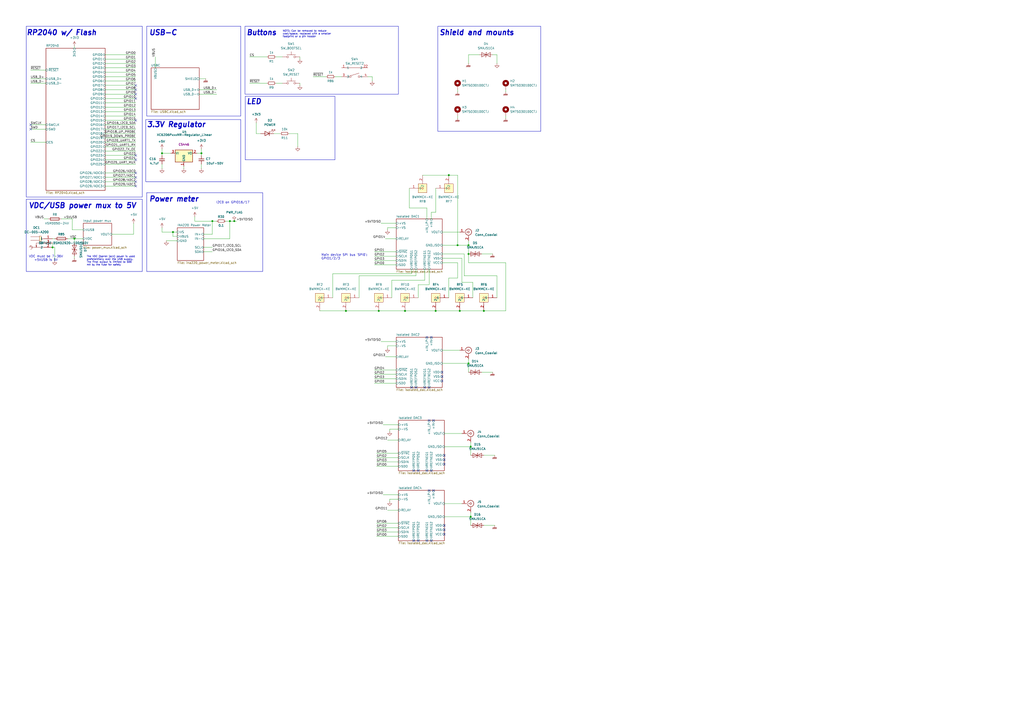
<source format=kicad_sch>
(kicad_sch (version 20250114) (generator "eeschema") (generator_version "9.0")
  (paper "A2")
  (title_block (title "BrickBase01") (date "2024-03-09") (rev "0.2"))
  (rectangle (start 254 15.24) (end 313.69 76.2) (stroke (width 0.2)))
  (rectangle (start 85.09 15.24) (end 139.7 67.31) (stroke (width 0.2)))
  (rectangle (start 85.09 111.76) (end 152.4 157.48) (stroke (width 0.2)))
  (rectangle (start 15.24 115.57) (end 82.55 157.48) (stroke (width 0.2)))
  (rectangle (start 142.113 15.24) (end 231.14 54.61) (stroke (width 0.2)))
  (rectangle (start 84.582 69.342) (end 139.7 105.41) (stroke (width 0.2)))
  (rectangle (start 142.24 55.88) (end 194.31 92.71) (stroke (width 0.2)))
  (rectangle (start 15.24 15.24) (end 82.55 114.3) (stroke (width 0.2)))
  (text "RP2040 w/ Flash" (at 15.24 19.05 0) (effects (font (size 3 3) (thickness 0.6) (bold yes) (italic yes)) (justify left)))
  (text "3.3V Regulator" (at 85.09 72.39 0) (effects (font (size 3 3) (thickness 0.6) (bold yes) (italic yes)) (justify left)))
  (text "Shield and mounts" (at 254.762 19.05 0) (effects (font (size 3 3) (thickness 0.6) (bold yes) (italic yes)) (justify left)))
  (text "LED" (at 142.875 59.055 0) (effects (font (size 3 3) (thickness 0.6) (bold yes) (italic yes)) (justify left)))
  (text "VDC/USB power mux to 5V" (at 16.51 119.38 0) (effects (font (size 3 3) (thickness 0.6) (bold yes) (italic yes)) (justify left)))
  (text "USB-C" (at 86.36 19.05 0) (effects (font (size 3 3) (thickness 0.6) (bold yes) (italic yes)) (justify left)))
  (text "VDC must be 7-36V\n+5VUSB is 5V" (at 26.67 149.86 0) (effects (font (size 1.27 1.27))))
  (text "Buttons" (at 142.875 19.05 0) (effects (font (size 3 3) (thickness 0.6) (bold yes) (italic yes)) (justify left)))
  (text "Power meter" (at 86.36 115.57 0) (effects (font (size 3 3) (thickness 0.6) (bold yes) (italic yes)) (justify left)))
  (text_box "The VDC (barrel jack) power is used preferentially over the USB supply.  The final output is limited to 500 mA by the fuse for safety" (at 49.53 147.32 0) (size 30.48 7.62) (margins 0.7499 0.7499 0.7499 0.7499) (stroke (width -0.0001)) (effects (font (size 1 1)) (justify left top)))
  (text_box "Main device SPI bus `SPI0`: GPIO1/2/3" (at 185.42 146.05 0) (size 30.48 7.62) (margins 0.9524 0.9524 0.9524 0.9524) (stroke (width -0.0001)) (effects (font (size 1.27 1.27)) (justify left top)))
  (text_box "I2C0 on GPIO16/17" (at 124.46 115.57 0) (size 24.13 7.62) (margins 0.9524 0.9524 0.9524 0.9524) (stroke (width -0.0001)) (effects (font (size 1.27 1.27)) (justify left top)))
  (text_box "NOTE: Can be removed to reduce cost/space, replaced with a smaller footprint or a pin header" (at 163.195 16.51 0) (size 31.75 3.81) (margins 0.7499 0.7499 0.7499 0.7499) (stroke (width -0.0001)) (effects (font (size 1 1)) (justify left top)))
  (junction (at 271.78 142.24))
  (junction (at 123.19 128.27))
  (junction (at 271.78 210.82))
  (junction (at 260.35 101.6))
  (junction (at 280.67 180.34))
  (junction (at 43.18 138.43))
  (junction (at 93.98 88.9))
  (junction (at 273.05 259.08))
  (junction (at 271.78 147.32))
  (junction (at 200.66 180.34))
  (junction (at 265.43 142.24))
  (junction (at 116.84 88.9) (diameter 0.9144))
  (junction (at 100.33 134.62))
  (junction (at 133.35 128.27))
  (junction (at 234.95 180.34))
  (junction (at 30.48 143.51))
  (junction (at 219.71 180.34))
  (junction (at 135.89 128.27))
  (junction (at 252.73 180.34))
  (junction (at 273.05 299.72))
  (junction (at 266.7 180.34))
  (no_connect (at 78.74 69.85))
  (no_connect (at 78.74 100.33))
  (no_connect (at 256.54 220.98))
  (no_connect (at 17.78 74.93))
  (no_connect (at 78.74 52.07))
  (no_connect (at 247.65 313.69))
  (no_connect (at 78.74 90.17))
  (no_connect (at 247.65 273.05))
  (no_connect (at 246.38 224.79))
  (no_connect (at 248.92 243.84))
  (no_connect (at 78.74 54.61))
  (no_connect (at 257.81 307.34))
  (no_connect (at 248.92 224.79))
  (no_connect (at 250.19 195.58))
  (no_connect (at 257.81 304.8))
  (no_connect (at 242.57 313.69))
  (no_connect (at 17.78 72.39))
  (no_connect (at 251.46 243.84))
  (no_connect (at 241.3 224.79))
  (no_connect (at 251.46 284.48))
  (no_connect (at 250.19 273.05))
  (no_connect (at 257.81 269.24))
  (no_connect (at 248.92 284.48))
  (no_connect (at 240.03 273.05))
  (no_connect (at 238.76 224.79))
  (no_connect (at 78.74 49.53))
  (no_connect (at 242.57 273.05))
  (no_connect (at 250.19 313.69))
  (no_connect (at 78.74 102.87))
  (no_connect (at 257.81 266.7))
  (no_connect (at 240.03 313.69))
  (no_connect (at 78.74 105.41))
  (no_connect (at 257.81 309.88))
  (no_connect (at 78.74 107.95))
  (no_connect (at 256.54 215.9))
  (no_connect (at 256.54 218.44))
  (no_connect (at 78.74 92.71))
  (no_connect (at 247.65 195.58))
  (no_connect (at 78.74 57.15))
  (no_connect (at 257.81 264.16))
  (wire (pts (xy 237.49 120.65) (xy 237.49 109.22)))
  (wire (pts (xy 60.96 80.01) (xy 78.74 80.01)))
  (wire (pts (xy 217.17 153.67) (xy 229.87 153.67)))
  (wire (pts (xy 242.57 165.1) (xy 248.92 165.1)))
  (wire (pts (xy 41.91 127) (xy 41.91 133.35)))
  (wire (pts (xy 218.44 308.61) (xy 231.14 308.61)))
  (wire (pts (xy 60.96 92.71) (xy 78.74 92.71)))
  (wire (pts (xy 241.3 160.02) (xy 241.3 156.21)))
  (wire (pts (xy 43.18 138.43) (xy 48.26 138.43)))
  (wire (pts (xy 224.79 200.66) (xy 224.79 201.93)))
  (wire (pts (xy 118.11 146.05) (xy 123.19 146.05)))
  (wire (pts (xy 265.43 142.24) (xy 265.43 101.6)))
  (wire (pts (xy 17.78 74.93) (xy 26.67 74.93)))
  (wire (pts (xy 287.02 304.8) (xy 280.67 304.8)))
  (wire (pts (xy 271.78 208.28) (xy 271.78 210.82)))
  (wire (pts (xy 144.78 48.26) (xy 154.94 48.26)))
  (wire (pts (xy 227.33 162.56) (xy 246.38 162.56)))
  (wire (pts (xy 217.17 222.25) (xy 229.87 222.25)))
  (wire (pts (xy 30.48 140.97) (xy 30.48 143.51)))
  (wire (pts (xy 247.65 120.65) (xy 237.49 120.65)))
  (wire (pts (xy 60.96 44.45) (xy 78.74 44.45)))
  (wire (pts (xy 274.32 163.83) (xy 274.32 172.72)))
  (wire (pts (xy 17.78 48.26) (xy 26.67 48.26)))
  (wire (pts (xy 17.78 82.55) (xy 26.67 82.55)))
  (wire (pts (xy 172.72 77.47) (xy 167.64 77.47)))
  (wire (pts (xy 125.73 54.61) (xy 115.57 54.61)))
  (wire (pts (xy 39.37 138.43) (xy 43.18 138.43)))
  (wire (pts (xy 271.78 152.4) (xy 293.37 152.4)))
  (wire (pts (xy 224.79 255.27) (xy 231.14 255.27)))
  (wire (pts (xy 185.42 180.34) (xy 200.66 180.34)))
  (wire (pts (xy 60.96 31.75) (xy 78.74 31.75)))
  (wire (pts (xy 219.71 180.34) (xy 234.95 180.34)))
  (wire (pts (xy 271.78 210.82) (xy 271.78 215.9)))
  (wire (pts (xy 93.98 88.9) (xy 99.06 88.9)))
  (wire (pts (xy 256.54 203.2) (xy 266.7 203.2)))
  (wire (pts (xy 60.96 49.53) (xy 78.74 49.53)))
  (wire (pts (xy 60.96 52.07) (xy 78.74 52.07)))
  (wire (pts (xy 220.98 129.54) (xy 229.87 129.54)))
  (wire (pts (xy 269.24 160.02) (xy 288.29 160.02)))
  (wire (pts (xy 252.73 123.19) (xy 250.19 123.19)))
  (wire (pts (xy 193.04 158.75) (xy 193.04 172.72)))
  (wire (pts (xy 77.47 129.54) (xy 77.47 135.89)))
  (wire (pts (xy 287.02 264.16) (xy 280.67 264.16)))
  (wire (pts (xy 256.54 147.32) (xy 269.24 147.32)))
  (wire (pts (xy 31.75 143.51) (xy 31.75 151.13)))
  (wire (pts (xy 148.59 71.12) (xy 148.59 77.47)))
  (wire (pts (xy 238.76 158.75) (xy 238.76 156.21)))
  (wire (pts (xy 60.96 72.39) (xy 78.74 72.39)))
  (wire (pts (xy 93.98 97.79) (xy 93.98 95.25)))
  (wire (pts (xy 60.96 85.09) (xy 78.74 85.09)))
  (wire (pts (xy 102.87 137.16) (xy 100.33 137.16)))
  (wire (pts (xy 193.04 158.75) (xy 238.76 158.75)))
  (wire (pts (xy 248.92 165.1) (xy 248.92 156.21)))
  (wire (pts (xy 31.75 143.51) (xy 30.48 143.51)))
  (wire (pts (xy 218.44 265.43) (xy 231.14 265.43)))
  (wire (pts (xy 218.44 311.15) (xy 231.14 311.15)))
  (wire (pts (xy 158.75 77.47) (xy 162.56 77.47)))
  (wire (pts (xy 293.37 152.4) (xy 293.37 180.34)))
  (wire (pts (xy 217.17 217.17) (xy 229.87 217.17)))
  (wire (pts (xy 30.48 138.43) (xy 31.75 138.43)))
  (wire (pts (xy 60.96 105.41) (xy 78.74 105.41)))
  (wire (pts (xy 60.96 36.83) (xy 78.74 36.83)))
  (wire (pts (xy 90.17 33.02) (xy 90.17 39.37)))
  (wire (pts (xy 226.06 248.92) (xy 226.06 250.19)))
  (wire (pts (xy 265.43 53.34) (xy 265.43 52.07)))
  (wire (pts (xy 135.89 128.27) (xy 137.16 128.27)))
  (wire (pts (xy 60.96 64.77) (xy 78.74 64.77)))
  (wire (pts (xy 133.35 128.27) (xy 135.89 128.27)))
  (wire (pts (xy 246.38 162.56) (xy 246.38 156.21)))
  (wire (pts (xy 260.35 161.29) (xy 260.35 172.72)))
  (wire (pts (xy 256.54 134.62) (xy 266.7 134.62)))
  (wire (pts (xy 215.9 46.99) (xy 215.9 44.45)))
  (wire (pts (xy 247.65 127) (xy 247.65 120.65)))
  (wire (pts (xy 208.28 160.02) (xy 208.28 172.72)))
  (wire (pts (xy 288.29 31.75) (xy 288.29 36.83)))
  (wire (pts (xy 265.43 142.24) (xy 271.78 142.24)))
  (wire (pts (xy 252.73 109.22) (xy 252.73 123.19)))
  (wire (pts (xy 271.78 147.32) (xy 271.78 152.4)))
  (wire (pts (xy 227.33 172.72) (xy 227.33 162.56)))
  (wire (pts (xy 224.79 132.08) (xy 224.79 133.35)))
  (wire (pts (xy 224.79 295.91) (xy 231.14 295.91)))
  (wire (pts (xy 293.37 180.34) (xy 280.67 180.34)))
  (wire (pts (xy 43.18 26.67) (xy 43.18 27.94)))
  (wire (pts (xy 217.17 148.59) (xy 229.87 148.59)))
  (wire (pts (xy 218.44 306.07) (xy 231.14 306.07)))
  (wire (pts (xy 250.19 123.19) (xy 250.19 127)))
  (wire (pts (xy 173.99 49.53) (xy 173.99 48.26)))
  (wire (pts (xy 242.57 172.72) (xy 242.57 165.1)))
  (wire (pts (xy 17.78 72.39) (xy 26.67 72.39)))
  (wire (pts (xy 163.83 48.26) (xy 160.02 48.26)))
  (wire (pts (xy 226.06 248.92) (xy 231.14 248.92)))
  (wire (pts (xy 60.96 100.33) (xy 78.74 100.33)))
  (wire (pts (xy 273.05 299.72) (xy 273.05 304.8)))
  (wire (pts (xy 218.44 267.97) (xy 231.14 267.97)))
  (wire (pts (xy 217.17 214.63) (xy 229.87 214.63)))
  (wire (pts (xy 60.96 39.37) (xy 78.74 39.37)))
  (wire (pts (xy 60.96 74.93) (xy 78.74 74.93)))
  (wire (pts (xy 234.95 180.34) (xy 252.73 180.34)))
  (wire (pts (xy 116.84 95.25) (xy 116.84 97.79)))
  (wire (pts (xy 271.78 142.24) (xy 271.78 147.32)))
  (wire (pts (xy 35.56 127) (xy 41.91 127)))
  (wire (pts (xy 222.25 246.38) (xy 231.14 246.38)))
  (wire (pts (xy 217.17 151.13) (xy 229.87 151.13)))
  (wire (pts (xy 256.54 152.4) (xy 265.43 152.4)))
  (wire (pts (xy 200.66 180.34) (xy 219.71 180.34)))
  (wire (pts (xy 271.78 139.7) (xy 271.78 142.24)))
  (wire (pts (xy 60.96 77.47) (xy 78.74 77.47)))
  (wire (pts (xy 60.96 41.91) (xy 78.74 41.91)))
  (wire (pts (xy 93.98 134.62) (xy 100.33 134.62)))
  (wire (pts (xy 123.19 135.89) (xy 123.19 128.27)))
  (wire (pts (xy 257.81 292.1) (xy 267.97 292.1)))
  (wire (pts (xy 100.33 134.62) (xy 102.87 134.62)))
  (wire (pts (xy 17.78 40.64) (xy 26.67 40.64)))
  (wire (pts (xy 265.43 152.4) (xy 265.43 161.29)))
  (wire (pts (xy 256.54 210.82) (xy 271.78 210.82)))
  (wire (pts (xy 163.83 33.02) (xy 160.02 33.02)))
  (wire (pts (xy 116.84 88.9) (xy 116.84 90.17)))
  (wire (pts (xy 266.7 180.34) (xy 280.67 180.34)))
  (wire (pts (xy 118.11 143.51) (xy 123.19 143.51)))
  (wire (pts (xy 100.33 137.16) (xy 100.33 134.62)))
  (wire (pts (xy 60.96 59.69) (xy 78.74 59.69)))
  (wire (pts (xy 224.79 132.08) (xy 229.87 132.08)))
  (wire (pts (xy 218.44 270.51) (xy 231.14 270.51)))
  (wire (pts (xy 256.54 142.24) (xy 265.43 142.24)))
  (wire (pts (xy 60.96 62.23) (xy 78.74 62.23)))
  (wire (pts (xy 60.96 69.85) (xy 78.74 69.85)))
  (wire (pts (xy 218.44 262.89) (xy 231.14 262.89)))
  (wire (pts (xy 41.91 133.35) (xy 48.26 133.35)))
  (wire (pts (xy 257.81 299.72) (xy 273.05 299.72)))
  (wire (pts (xy 93.98 132.08) (xy 93.98 134.62)))
  (wire (pts (xy 273.05 259.08) (xy 273.05 264.16)))
  (wire (pts (xy 113.03 128.27) (xy 123.19 128.27)))
  (wire (pts (xy 60.96 54.61) (xy 78.74 54.61)))
  (wire (pts (xy 60.96 34.29) (xy 78.74 34.29)))
  (wire (pts (xy 285.75 31.75) (xy 288.29 31.75)))
  (wire (pts (xy 43.18 149.86) (xy 43.18 148.59)))
  (wire (pts (xy 293.37 68.58) (xy 293.37 67.31)))
  (wire (pts (xy 116.84 86.36) (xy 116.84 88.9)))
  (wire (pts (xy 267.97 163.83) (xy 274.32 163.83)))
  (wire (pts (xy 194.31 44.45) (xy 198.12 44.45)))
  (wire (pts (xy 208.28 160.02) (xy 241.3 160.02)))
  (wire (pts (xy 60.96 90.17) (xy 78.74 90.17)))
  (wire (pts (xy 252.73 180.34) (xy 266.7 180.34)))
  (wire (pts (xy 133.35 138.43) (xy 133.35 128.27)))
  (wire (pts (xy 257.81 251.46) (xy 267.97 251.46)))
  (wire (pts (xy 60.96 46.99) (xy 78.74 46.99)))
  (wire (pts (xy 130.81 128.27) (xy 133.35 128.27)))
  (wire (pts (xy 223.52 207.01) (xy 229.87 207.01)))
  (wire (pts (xy 271.78 31.75) (xy 278.13 31.75)))
  (wire (pts (xy 269.24 147.32) (xy 269.24 160.02)))
  (wire (pts (xy 273.05 297.18) (xy 273.05 299.72)))
  (wire (pts (xy 115.57 45.72) (xy 119.38 45.72)))
  (wire (pts (xy 60.96 57.15) (xy 78.74 57.15)))
  (wire (pts (xy 265.43 68.58) (xy 265.43 67.31)))
  (wire (pts (xy 125.73 52.07) (xy 115.57 52.07)))
  (wire (pts (xy 260.35 101.6) (xy 245.11 101.6)))
  (wire (pts (xy 273.05 256.54) (xy 273.05 259.08)))
  (wire (pts (xy 224.79 200.66) (xy 229.87 200.66)))
  (wire (pts (xy 60.96 107.95) (xy 78.74 107.95)))
  (wire (pts (xy 217.17 146.05) (xy 229.87 146.05)))
  (wire (pts (xy 60.96 95.25) (xy 78.74 95.25)))
  (wire (pts (xy 265.43 101.6) (xy 260.35 101.6)))
  (wire (pts (xy 25.4 127) (xy 27.94 127)))
  (wire (pts (xy 106.68 97.79) (xy 106.68 96.52)))
  (wire (pts (xy 113.03 128.27) (xy 113.03 125.73)))
  (wire (pts (xy 220.98 198.12) (xy 229.87 198.12)))
  (wire (pts (xy 144.78 33.02) (xy 154.94 33.02)))
  (wire (pts (xy 288.29 160.02) (xy 288.29 172.72)))
  (wire (pts (xy 181.61 44.45) (xy 189.23 44.45)))
  (wire (pts (xy 148.59 77.47) (xy 151.13 77.47)))
  (wire (pts (xy 93.98 88.9) (xy 93.98 90.17)))
  (wire (pts (xy 118.11 135.89) (xy 123.19 135.89)))
  (wire (pts (xy 60.96 67.31) (xy 78.74 67.31)))
  (wire (pts (xy 114.3 88.9) (xy 116.84 88.9)))
  (wire (pts (xy 60.96 82.55) (xy 78.74 82.55)))
  (wire (pts (xy 17.78 45.72) (xy 26.67 45.72)))
  (wire (pts (xy 267.97 149.86) (xy 267.97 163.83)))
  (wire (pts (xy 285.75 215.9) (xy 279.4 215.9)))
  (wire (pts (xy 60.96 102.87) (xy 78.74 102.87)))
  (wire (pts (xy 218.44 303.53) (xy 231.14 303.53)))
  (wire (pts (xy 64.77 135.89) (xy 77.47 135.89)))
  (wire (pts (xy 223.52 138.43) (xy 229.87 138.43)))
  (wire (pts (xy 285.75 147.32) (xy 279.4 147.32)))
  (wire (pts (xy 96.52 139.7) (xy 102.87 139.7)))
  (wire (pts (xy 293.37 53.34) (xy 293.37 52.07)))
  (wire (pts (xy 226.06 289.56) (xy 231.14 289.56)))
  (wire (pts (xy 256.54 149.86) (xy 267.97 149.86)))
  (wire (pts (xy 118.11 138.43) (xy 133.35 138.43)))
  (wire (pts (xy 265.43 161.29) (xy 260.35 161.29)))
  (wire (pts (xy 257.81 259.08) (xy 273.05 259.08)))
  (wire (pts (xy 173.99 34.29) (xy 173.99 33.02)))
  (wire (pts (xy 93.98 86.36) (xy 93.98 88.9)))
  (wire (pts (xy 123.19 128.27) (xy 125.73 128.27)))
  (wire (pts (xy 60.96 87.63) (xy 78.74 87.63)))
  (wire (pts (xy 271.78 31.75) (xy 271.78 36.83)))
  (wire (pts (xy 172.72 85.09) (xy 172.72 77.47)))
  (wire (pts (xy 43.18 138.43) (xy 43.18 140.97)))
  (wire (pts (xy 215.9 44.45) (xy 213.36 44.45)))
  (wire (pts (xy 217.17 219.71) (xy 229.87 219.71)))
  (wire (pts (xy 226.06 289.56) (xy 226.06 290.83)))
  (wire (pts (xy 222.25 287.02) (xy 231.14 287.02)))
  (label "GPIO28{slash}ADC2" (at 78.74 105.41 180))
  (label "~{RESET}" (at 181.61 44.45 0))
  (label "USB_D-" (at 125.73 54.61 180))
  (label "GPIO10" (at 78.74 57.15 180))
  (label "USB_D+" (at 17.78 45.72 0))
  (label "GPIO4" (at 78.74 41.91 180))
  (label "GPIO9" (at 78.74 54.61 180))
  (label "GPIO17_I2C0_SCL" (at 78.74 74.93 180))
  (label "GPIO3" (at 217.17 151.13 0))
  (label "SWCLK" (at 17.78 72.39 0))
  (label "GPIO11" (at 78.74 59.69 180))
  (label "VDC" (at 44.45 138.43 180))
  (label "GPIO3" (at 78.74 39.37 180))
  (label "+5VUSB" (at 36.83 127 0))
  (label "GPIO26{slash}ADC0" (at 78.74 100.33 180))
  (label "GPIO24" (at 78.74 92.71 180))
  (label "GPIO15" (at 78.74 69.85 180))
  (label "+5VTOISO" (at 137.16 128.27 0))
  (label "GPIO2" (at 78.74 36.83 180))
  (label "CS" (at 144.78 33.02 0))
  (label "GPIO0" (at 217.17 222.25 0))
  (label "CS" (at 17.78 82.55 0))
  (label "GPIO0" (at 218.44 270.51 0))
  (label "GPIO25_UART_MUX" (at 78.74 95.25 180))
  (label "GPIO17_I2C0_SCL" (at 123.19 143.51 0))
  (label "GPIO5" (at 218.44 262.89 0))
  (label "GPIO16_I2C0_SDA" (at 123.19 146.05 0))
  (label "+5VTOISO" (at 220.98 198.12 180))
  (label "GPIO20_UART1_TX" (at 78.74 82.55 180))
  (label "GPIO2" (at 217.17 217.17 0))
  (label "GPIO5" (at 78.74 44.45 180))
  (label "GPIO16_I2C0_SDA" (at 78.74 72.39 180))
  (label "GPIO14" (at 223.52 138.43 180))
  (label "GPIO4" (at 217.17 214.63 0))
  (label "GPIO12" (at 78.74 62.23 180))
  (label "GPIO13" (at 78.74 64.77 180))
  (label "GPIO14" (at 78.74 67.31 180))
  (label "USB_D-" (at 17.78 48.26 0))
  (label "GPIO6" (at 78.74 46.99 180))
  (label "GPIO18_UP_PROBE" (at 78.74 77.47 180))
  (label "GPIO21_UART1_RX" (at 78.74 85.09 180))
  (label "GPIO27{slash}ADC1" (at 78.74 102.87 180))
  (label "GPIO0" (at 217.17 153.67 0))
  (label "GPIO0" (at 218.44 311.15 0))
  (label "SWD" (at 17.78 74.93 0))
  (label "GPIO1" (at 217.17 146.05 0))
  (label "VBUS" (at 90.17 33.02 90))
  (label "GPIO1" (at 78.74 34.29 180))
  (label "+5VTOISO" (at 220.98 129.54 180))
  (label "~{RESET}" (at 17.78 40.64 0))
  (label "~{RESET}" (at 144.78 48.26 0))
  (label "GPIO2" (at 218.44 265.43 0))
  (label "GPIO2" (at 217.17 148.59 0))
  (label "VBUS" (at 25.4 127 180))
  (label "GPIO0" (at 78.74 31.75 180))
  (label "GPIO12" (at 224.79 255.27 180))
  (label "+5VTOISO" (at 222.25 246.38 180))
  (label "USB_D+" (at 125.73 52.07 180))
  (label "GPIO22_TX_OE" (at 78.74 87.63 180))
  (label "GPIO3" (at 218.44 267.97 0))
  (label "GPIO19_DOWN_PROBE" (at 78.74 80.01 180))
  (label "GPIO3" (at 218.44 308.61 0))
  (label "GPIO23" (at 78.74 90.17 180))
  (label "GPIO13" (at 223.52 207.01 180))
  (label "+5VTOISO" (at 222.25 287.02 180))
  (label "GPIO7" (at 78.74 49.53 180))
  (label "GPIO3" (at 217.17 219.71 0))
  (label "GPIO8" (at 78.74 52.07 180))
  (label "GPIO6" (at 218.44 303.53 0))
  (label "GPIO29{slash}ADC3" (at 78.74 107.95 180))
  (label "GPIO2" (at 218.44 306.07 0))
  (label "GPIO11" (at 224.79 295.91 180))
  (symbol (lib_id "Device:R_Small") (at 191.77 44.45 90) (mirror x) (unit 1)
    (property "Reference" "R86" (at 191.77 46.99 90))
    (property "Value" "1k" (at 191.77 41.91 90))
    (property "Footprint" "Resistor_SMD:R_0402_1005Metric" (effects (hide yes)))
    (property "Description" "Resistor, small symbol" (effects (hide yes)))
    (property "LCSC" "C11702" (effects (hide yes)))
  )
  (symbol (lib_id "brick-symbols:SHIELD") (at 287.02 264.16 0) (unit 1)
    (property "Reference" "#PWR054" (effects (hide yes)))
    (property "Value" "SHIELD" (effects (hide yes)))
    (property "Description" "Power symbol creates a global label with name \"SHIELD\" , global shield ground" (effects (hide yes)))
  )
  (symbol (lib_id "lcsc:DC-005-A200") (at 25.4 140.97 0) (unit 1)
    (property "Reference" "DC1" (at 21.21 132.08 0))
    (property "Value" "DC-005-A200" (at 21.21 134.62 0))
    (property "Footprint" "lcsc:DC-IN-TH_DC-005-A200" (effects (hide yes)))
    (property "LCSC Part" "C720557" (effects (hide yes)))
  )
  (symbol (lib_id "brick-symbols:SHIELD") (at 285.75 215.9 0) (unit 1)
    (property "Reference" "#PWR056" (effects (hide yes)))
    (property "Value" "SHIELD" (effects (hide yes)))
    (property "Description" "Power symbol creates a global label with name \"SHIELD\" , global shield ground" (effects (hide yes)))
  )
  (symbol (lib_id "lcsc:KH-IPEX3-2020") (at 266.7 172.72 0) (unit 1)
    (property "Reference" "RF5" (at 266.7 165.1 0))
    (property "Value" "BWMMCX-KE" (at 266.7 167.64 0))
    (property "Footprint" "Connector_Coaxial:MMCX_Molex_73415-1471_Vertical" (effects (hide yes)))
    (property "Datasheet" "https://lcsc.com/product-detail/RF-Connectors-Coaxial-Connectors_Shenzhen-Kinghelm-Elec-KH-IPEX3-2020_C5137198.html" (effects (hide yes)))
    (property "LCSC Part" "C5137198" (effects (hide yes)))
  )
  (symbol (lib_id "Device:Fuse") (at 31.75 127 90) (unit 1)
    (property "Reference" "R8" (at 31.75 124.46 90))
    (property "Value" "nSMD050-24V" (at 33.02 129.54 90))
    (property "Footprint" "Resistor_SMD:R_1206_3216Metric" (effects (hide yes)))
    (property "Description" "24V 500mA 100A 1A 1206 Resettable Fuses ROHS" (effects (hide yes)))
    (property "LCSC" "C369160" (effects (hide yes)))
  )
  (symbol (lib_id "Switch:SW_Push") (at 168.91 48.26 0) (mirror y) (unit 1)
    (property "Reference" "SW2" (at 168.91 40.64 0))
    (property "Value" "SW_RESET" (at 168.91 43.18 0))
    (property "Footprint" "lcsc:SW-SMD_L3.9-W3.0-P4.45" (effects (hide yes)))
    (property "Description" "Push button switch, generic, two pins" (effects (hide yes)))
    (property "LCSC" "C720477" (effects (hide yes)))
  )
  (symbol (lib_id "Device:R_Small") (at 165.1 77.47 90) (mirror x) (unit 1)
    (property "Reference" "R11" (at 165.1 80.01 90))
    (property "Value" "10k" (at 165.1 74.93 90))
    (property "Footprint" "Resistor_SMD:R_0402_1005Metric" (effects (hide yes)))
    (property "Description" "Resistor, small symbol" (effects (hide yes)))
    (property "LCSC" "C25744" (effects (hide yes)))
  )
  (symbol (lib_id "lcsc:KH-IPEX3-2020") (at 200.66 172.72 0) (unit 1)
    (property "Reference" "RF3" (at 200.66 165.1 0))
    (property "Value" "BWMMCX-KE" (at 200.66 167.64 0))
    (property "Footprint" "Connector_Coaxial:MMCX_Molex_73415-1471_Vertical" (effects (hide yes)))
    (property "Datasheet" "https://lcsc.com/product-detail/RF-Connectors-Coaxial-Connectors_Shenzhen-Kinghelm-Elec-KH-IPEX3-2020_C5137198.html" (effects (hide yes)))
    (property "LCSC Part" "C5137198" (effects (hide yes)))
  )
  (symbol (lib_id "Connector:Conn_Coaxial") (at 271.78 203.2 0) (unit 1)
    (property "Reference" "J3" (at 275.59 202.2231 0) (effects (justify left)))
    (property "Value" "Conn_Coaxial" (at 275.59 204.7631 0) (effects (justify left)))
    (property "Footprint" "Connector_Coaxial:BNC_Amphenol_B6252HB-NPP3G-50_Horizontal" (effects (hide yes)))
    (property "Description" "coaxial connector (BNC, SMA, SMB, SMC, Cinch/RCA, LEMO, ...)" (effects (hide yes)))
    (property "LCSC" "C2837587" (effects (hide yes)))
  )
  (symbol (lib_id "power:+3.3V") (at 148.59 71.12 0) (unit 1)
    (property "Reference" "#PWR020" (effects (hide yes)))
    (property "Value" "+3V3" (at 148.59 66.294 0))
    (property "Description" "Power symbol creates a global label with name \"+3.3V\"" (effects (hide yes)))
  )
  (symbol (lib_id "Device:LED") (at 154.94 77.47 180) (unit 1)
    (property "Reference" "D2" (at 156.5275 69.85 0))
    (property "Value" "POWER" (at 156.5275 72.39 0))
    (property "Footprint" "LED_SMD:LED_0805_2012Metric" (effects (hide yes)))
    (property "Description" "Light emitting diode" (effects (hide yes)))
    (property "LCSC" "C2297" (effects (hide yes)))
  )
  (symbol (lib_id "Mechanical:MountingHole_Pad") (at 265.43 49.53 0) (unit 1) (exclude_from_sim yes)
    (property "Reference" "H1" (at 267.97 46.9899 0) (effects (justify left)))
    (property "Value" "SMTSO30100CTJ" (at 267.97 49.5299 0) (effects (justify left)))
    (property "Footprint" "Brick:SMD_BD5.6-L5.6-W5.6-D4.1" (effects (hide yes)))
    (property "Datasheet" "https://wmsc.lcsc.com/wmsc/upload/file/pdf/v2/lcsc/2112061830_Sinhoo-SMTSO30100CTJ_C2916370.pdf" (effects (hide yes)))
    (property "Description" "M3 mounting hole SMD round nut ROHS" (effects (hide yes)))
    (property "LCSC" "C2916370" (effects (hide yes)))
  )
  (symbol (lib_id "power:+5V") (at 93.98 132.08 0) (unit 1)
    (property "Reference" "#PWR044" (effects (hide yes)))
    (property "Value" "+5V" (at 93.98 127 0))
    (property "Description" "Power symbol creates a global label with name \"+5V\"" (effects (hide yes)))
  )
  (symbol (lib_id "Switch:SW_Push") (at 168.91 33.02 0) (mirror y) (unit 1)
    (property "Reference" "SW1" (at 168.91 25.4 0))
    (property "Value" "SW_BOOTSEL" (at 168.91 27.94 0))
    (property "Footprint" "lcsc:SW-SMD_L3.9-W3.0-P4.45" (effects (hide yes)))
    (property "Description" "Push button switch, generic, two pins" (effects (hide yes)))
    (property "LCSC" "C720477" (effects (hide yes)))
  )
  (symbol (lib_id "power:GND") (at 106.68 97.79 0) (unit 1)
    (property "Reference" "#PWR027" (effects (hide yes)))
    (property "Value" "GND" (effects (hide yes)))
    (property "Description" "Power symbol creates a global label with name \"GND\" , ground" (effects (hide yes)))
  )
  (symbol (lib_id "Connector:Conn_Coaxial") (at 273.05 292.1 0) (unit 1)
    (property "Reference" "J5" (at 276.86 291.1231 0) (effects (justify left)))
    (property "Value" "Conn_Coaxial" (at 276.86 293.6631 0) (effects (justify left)))
    (property "Footprint" "Connector_Coaxial:BNC_Amphenol_B6252HB-NPP3G-50_Horizontal" (effects (hide yes)))
    (property "Datasheet" " ~" (effects (hide yes)))
    (property "Description" "coaxial connector (BNC, SMA, SMB, SMC, Cinch/RCA, LEMO, ...)" (effects (hide yes)))
    (property "LCSC" "C2837587" (effects (hide yes)))
  )
  (symbol (lib_id "brick-symbols:SHIELD") (at 271.78 36.83 0) (unit 1)
    (property "Reference" "#PWR051" (effects (hide yes)))
    (property "Value" "SHIELD" (effects (hide yes)))
    (property "Description" "Power symbol creates a global label with name \"SHIELD\" , global shield ground" (effects (hide yes)))
  )
  (symbol (lib_id "power:GND") (at 116.84 97.79 0) (unit 1)
    (property "Reference" "#PWR034" (effects (hide yes)))
    (property "Value" "GND" (effects (hide yes)))
    (property "Description" "Power symbol creates a global label with name \"GND\" , ground" (effects (hide yes)))
  )
  (symbol (lib_id "power:GND") (at 288.29 36.83 0) (mirror y) (unit 1)
    (property "Reference" "#PWR08" (effects (hide yes)))
    (property "Value" "GND" (effects (hide yes)))
    (property "Description" "Power symbol creates a global label with name \"GND\" , ground" (effects (hide yes)))
  )
  (symbol (lib_id "brick-symbols:SHIELD") (at 285.75 147.32 0) (unit 1)
    (property "Reference" "#PWR050" (effects (hide yes)))
    (property "Value" "SHIELD" (effects (hide yes)))
    (property "Description" "Power symbol creates a global label with name \"SHIELD\" , global shield ground" (effects (hide yes)))
  )
  (symbol (lib_id "brick-symbols:SHIELD") (at 119.38 45.72 0) (unit 1)
    (property "Reference" "#PWR052" (effects (hide yes)))
    (property "Value" "SHIELD" (effects (hide yes)))
    (property "Description" "Power symbol creates a global label with name \"SHIELD\" , global shield ground" (effects (hide yes)))
  )
  (symbol (lib_id "power:GND") (at 215.9 46.99 0) (mirror y) (unit 1)
    (property "Reference" "#PWR075" (effects (hide yes)))
    (property "Value" "GND" (effects (hide yes)))
    (property "Description" "Power symbol creates a global label with name \"GND\" , ground" (effects (hide yes)))
  )
  (symbol (lib_id "brick-symbols:SHIELD") (at 293.37 53.34 0) (unit 1)
    (property "Reference" "#PWR049" (effects (hide yes)))
    (property "Value" "SHIELD" (effects (hide yes)))
    (property "Description" "Power symbol creates a global label with name \"SHIELD\" , global shield ground" (effects (hide yes)))
  )
  (symbol (lib_id "Diode:SMAJ51CA") (at 275.59 215.9 0) (unit 1)
    (property "Reference" "D14" (at 275.59 209.55 0))
    (property "Value" "SMAJ51CA" (at 275.59 212.09 0))
    (property "Footprint" "Diode_SMD:D_SMA" (effects (hide yes)))
    (property "Datasheet" "https://wmsc.lcsc.com/wmsc/upload/file/pdf/v2/lcsc/2304140030_Littelfuse-SMAJ51CA_C148234.pdf" (effects (hide yes)))
    (property "Description" "400W bidirectional Transient Voltage Suppressor, 51.0Vr, SMA(DO-214AC)" (effects (hide yes)))
    (property "LCSC" "C148234" (effects (hide yes)))
  )
  (symbol (lib_id "power:+5V") (at 93.98 86.36 0) (unit 1)
    (property "Reference" "#PWR023" (effects (hide yes)))
    (property "Value" "+5V" (at 93.726 82.042 0))
    (property "Description" "Power symbol creates a global label with name \"+5V\"" (effects (hide yes)))
  )
  (symbol (lib_id "lcsc:TS24CA") (at 205.74 41.91 0) (unit 1)
    (property "Reference" "SW4" (at 205.74 34.29 0))
    (property "Value" "SW_RESET2" (at 205.74 36.83 0))
    (property "Footprint" "lcsc:SW-SMD_TS24CA" (effects (hide yes)))
    (property "Datasheet" "https://lcsc.com/product-detail/Tactile-Switches_SHOU-HAN-TS24CA_C393942.html" (effects (hide yes)))
    (property "LCSC Part" "C393942" (effects (hide yes)))
  )
  (symbol (lib_id "lcsc:KH-IPEX3-2020") (at 234.95 172.72 0) (unit 1)
    (property "Reference" "RF10" (at 234.95 165.1 0))
    (property "Value" "BWMMCX-KE" (at 234.95 167.64 0))
    (property "Footprint" "Connector_Coaxial:MMCX_Molex_73415-1471_Vertical" (effects (hide yes)))
    (property "Datasheet" "https://lcsc.com/product-detail/RF-Connectors-Coaxial-Connectors_Shenzhen-Kinghelm-Elec-KH-IPEX3-2020_C5137198.html" (effects (hide yes)))
    (property "LCSC Part" "C5137198" (effects (hide yes)))
  )
  (symbol (lib_id "power:GND") (at 224.79 201.93 0) (mirror y) (unit 1)
    (property "Reference" "#PWR010" (effects (hide yes)))
    (property "Value" "GND" (effects (hide yes)))
    (property "Description" "Power symbol creates a global label with name \"GND\" , ground" (effects (hide yes)))
  )
  (symbol (lib_id "Device:R_Small") (at 128.27 128.27 270) (mirror x) (unit 1)
    (property "Reference" "R30" (at 128.27 125.73 90))
    (property "Value" "0.1" (at 128.27 130.81 90))
    (property "Footprint" "Resistor_SMD:R_1206_3216Metric" (effects (hide yes)))
    (property "Description" "Resistor, small symbol" (effects (hide yes)))
    (property "LCSC" "C25334" (effects (hide yes)))
  )
  (symbol (lib_id "power:GND") (at 96.52 139.7 0) (mirror y) (unit 1)
    (property "Reference" "#PWR035" (effects (hide yes)))
    (property "Value" "GND" (effects (hide yes)))
    (property "Description" "Power symbol creates a global label with name \"GND\" , ground" (effects (hide yes)))
  )
  (symbol (lib_id "Device:C_Small") (at 116.84 92.71 0) (unit 1)
    (property "Reference" "C7" (at 119.38 92.202 0) (effects (justify left)))
    (property "Value" "10uF-50V" (at 119.634 94.742 0) (effects (justify left)))
    (property "Footprint" "Capacitor_SMD:C_0805_2012Metric" (effects (hide yes)))
    (property "Description" "Unpolarized capacitor, small symbol" (effects (hide yes)))
    (property "LCSC" "C440198" (effects (hide yes)))
  )
  (symbol (lib_id "Mechanical:MountingHole_Pad") (at 293.37 49.53 0) (unit 1) (exclude_from_sim yes)
    (property "Reference" "H2" (at 295.91 46.9899 0) (effects (justify left)))
    (property "Value" "SMTSO30100CTJ" (at 295.91 49.5299 0) (effects (justify left)))
    (property "Footprint" "Brick:SMD_BD5.6-L5.6-W5.6-D4.1" (effects (hide yes)))
    (property "Datasheet" "https://wmsc.lcsc.com/wmsc/upload/file/pdf/v2/lcsc/2112061830_Sinhoo-SMTSO30100CTJ_C2916370.pdf" (effects (hide yes)))
    (property "Description" "M3 mounting hole SMD round nut ROHS" (effects (hide yes)))
    (property "LCSC" "C2916370" (effects (hide yes)))
  )
  (symbol (lib_id "power:PWR_FLAG") (at 135.89 128.27 0) (unit 1)
    (property "Reference" "#FLG022" (effects (hide yes)))
    (property "Value" "PWR_FLAG" (at 135.89 123.19 0))
    (property "Description" "Special symbol for telling ERC where power comes from" (effects (hide yes)))
  )
  (symbol (lib_id "Device:C_Small") (at 93.98 92.71 0) (unit 1)
    (property "Reference" "C16" (at 86.614 92.202 0) (effects (justify left)))
    (property "Value" "4.7uF" (at 86.868 94.742 0) (effects (justify left)))
    (property "Footprint" "Capacitor_SMD:C_0805_2012Metric" (effects (hide yes)))
    (property "Description" "Unpolarized capacitor, small symbol" (effects (hide yes)))
    (property "LCSC" "C1779" (effects (hide yes)))
  )
  (symbol (lib_id "Diode:SMAJ51CA") (at 276.86 304.8 0) (unit 1)
    (property "Reference" "D16" (at 276.86 298.45 0))
    (property "Value" "SMAJ51CA" (at 276.86 300.99 0))
    (property "Footprint" "Diode_SMD:D_SMA" (effects (hide yes)))
    (property "Datasheet" "https://wmsc.lcsc.com/wmsc/upload/file/pdf/v2/lcsc/2304140030_Littelfuse-SMAJ51CA_C148234.pdf" (effects (hide yes)))
    (property "Description" "400W bidirectional Transient Voltage Suppressor, 51.0Vr, SMA(DO-214AC)" (effects (hide yes)))
    (property "LCSC" "C148234" (effects (hide yes)))
  )
  (symbol (lib_id "power:+3.3V") (at 116.84 86.36 0) (unit 1)
    (property "Reference" "#PWR024" (effects (hide yes)))
    (property "Value" "+3V3" (at 116.84 81.534 0))
    (property "Description" "Power symbol creates a global label with name \"+3.3V\"" (effects (hide yes)))
  )
  (symbol (lib_id "Connector:Conn_Coaxial") (at 273.05 251.46 0) (unit 1)
    (property "Reference" "J4" (at 276.86 250.4831 0) (effects (justify left)))
    (property "Value" "Conn_Coaxial" (at 276.86 253.0231 0) (effects (justify left)))
    (property "Footprint" "Connector_Coaxial:BNC_Amphenol_B6252HB-NPP3G-50_Horizontal" (effects (hide yes)))
    (property "Description" "coaxial connector (BNC, SMA, SMB, SMC, Cinch/RCA, LEMO, ...)" (effects (hide yes)))
    (property "LCSC" "C2837587" (effects (hide yes)))
  )
  (symbol (lib_id "Regulator_Linear:XC6206PxxxMR") (at 106.68 88.9 0) (unit 1)
    (property "Reference" "U4" (at 106.934 76.454 0))
    (property "Value" "XC6206PxxxMR-Regulator_Linear" (at 106.934 78.232 0))
    (property "Footprint" "Package_TO_SOT_SMD:SOT-23-3" (effects (hide yes)))
    (property "Datasheet" "https://www.torexsemi.com/file/xc6206/XC6206.pdf" (effects (hide yes)))
    (property "Description" "Positive 60-250mA Low Dropout Regulator, Fixed Output, SOT-23" (effects (hide yes)))
    (property "LCSC" "C5446" (at 106.68 83.82 0))
  )
  (symbol (lib_id "power:GND") (at 31.75 151.13 0) (unit 1)
    (property "Reference" "#PWR039" (effects (hide yes)))
    (property "Value" "GND" (effects (hide yes)))
    (property "Description" "Power symbol creates a global label with name \"GND\" , ground" (effects (hide yes)))
  )
  (symbol (lib_id "power:GND") (at 224.79 133.35 0) (mirror y) (unit 1)
    (property "Reference" "#PWR018" (effects (hide yes)))
    (property "Value" "GND" (effects (hide yes)))
    (property "Description" "Power symbol creates a global label with name \"GND\" , ground" (effects (hide yes)))
  )
  (symbol (lib_id "Device:R_Small") (at 157.48 48.26 90) (mirror x) (unit 1)
    (property "Reference" "R9" (at 157.48 50.8 90))
    (property "Value" "1k" (at 157.48 45.72 90))
    (property "Footprint" "Resistor_SMD:R_0402_1005Metric" (effects (hide yes)))
    (property "Description" "Resistor, small symbol" (effects (hide yes)))
    (property "LCSC" "C11702" (effects (hide yes)))
  )
  (symbol (lib_id "Diode:SMAJ51CA") (at 281.94 31.75 0) (unit 1)
    (property "Reference" "D4" (at 281.94 25.4 0))
    (property "Value" "SMAJ51CA" (at 281.94 27.94 0))
    (property "Footprint" "Diode_SMD:D_SMA" (effects (hide yes)))
    (property "Datasheet" "https://wmsc.lcsc.com/wmsc/upload/file/pdf/v2/lcsc/2304140030_Littelfuse-SMAJ51CA_C148234.pdf" (effects (hide yes)))
    (property "Description" "400W bidirectional Transient Voltage Suppressor, 51.0Vr, SMA(DO-214AC)" (effects (hide yes)))
    (property "LCSC" "C148234" (effects (hide yes)))
  )
  (symbol (lib_id "lcsc:KH-IPEX3-2020") (at 280.67 172.72 0) (unit 1)
    (property "Reference" "RF6" (at 280.67 165.1 0))
    (property "Value" "BWMMCX-KE" (at 280.67 167.64 0))
    (property "Footprint" "Connector_Coaxial:MMCX_Molex_73415-1471_Vertical" (effects (hide yes)))
    (property "Datasheet" "https://lcsc.com/product-detail/RF-Connectors-Coaxial-Connectors_Shenzhen-Kinghelm-Elec-KH-IPEX3-2020_C5137198.html" (effects (hide yes)))
    (property "LCSC Part" "C5137198" (effects (hide yes)))
  )
  (symbol (lib_id "Diode:SMAJ51CA") (at 43.18 144.78 270) (unit 1)
    (property "Reference" "D7" (at 49.53 144.78 0))
    (property "Value" "SMAJ51CA" (at 46.99 144.78 0))
    (property "Footprint" "Diode_SMD:D_SMA" (effects (hide yes)))
    (property "Datasheet" "https://wmsc.lcsc.com/wmsc/upload/file/pdf/v2/lcsc/2304140030_Littelfuse-SMAJ51CA_C148234.pdf" (effects (hide yes)))
    (property "Description" "400W bidirectional Transient Voltage Suppressor, 51.0Vr, SMA(DO-214AC)" (effects (hide yes)))
    (property "LCSC" "C148234" (effects (hide yes)))
  )
  (symbol (lib_id "lcsc:KH-IPEX3-2020") (at 185.42 172.72 0) (unit 1)
    (property "Reference" "RF2" (at 185.42 165.1 0))
    (property "Value" "BWMMCX-KE" (at 185.42 167.64 0))
    (property "Footprint" "Connector_Coaxial:MMCX_Molex_73415-1471_Vertical" (effects (hide yes)))
    (property "Datasheet" "https://lcsc.com/product-detail/RF-Connectors-Coaxial-Connectors_Shenzhen-Kinghelm-Elec-KH-IPEX3-2020_C5137198.html" (effects (hide yes)))
    (property "LCSC Part" "C5137198" (effects (hide yes)))
  )
  (symbol (lib_id "power:GND") (at 172.72 85.09 0) (mirror y) (unit 1)
    (property "Reference" "#PWR026" (effects (hide yes)))
    (property "Value" "GND" (effects (hide yes)))
    (property "Description" "Power symbol creates a global label with name \"GND\" , ground" (effects (hide yes)))
  )
  (symbol (lib_id "Mechanical:MountingHole_Pad") (at 265.43 64.77 0) (unit 1) (exclude_from_sim yes)
    (property "Reference" "H3" (at 267.97 62.2299 0) (effects (justify left)))
    (property "Value" "SMTSO30100CTJ" (at 267.97 64.7699 0) (effects (justify left)))
    (property "Footprint" "Brick:SMD_BD5.6-L5.6-W5.6-D4.1" (effects (hide yes)))
    (property "Datasheet" "https://wmsc.lcsc.com/wmsc/upload/file/pdf/v2/lcsc/2112061830_Sinhoo-SMTSO30100CTJ_C2916370.pdf" (effects (hide yes)))
    (property "Description" "M3 mounting hole SMD round nut ROHS" (effects (hide yes)))
    (property "LCSC" "C2916370" (effects (hide yes)))
  )
  (symbol (lib_id "brick-symbols:SHIELD") (at 265.43 68.58 0) (unit 1)
    (property "Reference" "#PWR047" (effects (hide yes)))
    (property "Value" "SHIELD" (effects (hide yes)))
    (property "Description" "Power symbol creates a global label with name \"SHIELD\" , global shield ground" (effects (hide yes)))
  )
  (symbol (lib_id "Device:Fuse") (at 35.56 138.43 90) (unit 1)
    (property "Reference" "R85" (at 35.56 135.89 90))
    (property "Value" "BHFUSE BSMD2920-100-60V" (at 36.83 140.97 90))
    (property "Footprint" "Fuse:Fuse_2920_7451Metric" (effects (hide yes)))
    (property "Description" "60V 1.1A 40A 2.2A 2920 Resettable Fuses ROHS" (effects (hide yes)))
    (property "LCSC" "C3020148" (effects (hide yes)))
  )
  (symbol (lib_id "brick-symbols:SHIELD") (at 287.02 304.8 0) (unit 1)
    (property "Reference" "#PWR055" (effects (hide yes)))
    (property "Value" "SHIELD" (effects (hide yes)))
    (property "Description" "Power symbol creates a global label with name \"SHIELD\" , global shield ground" (effects (hide yes)))
  )
  (symbol (lib_id "Diode:SMAJ51CA") (at 275.59 147.32 0) (unit 1)
    (property "Reference" "D5" (at 275.59 140.97 0))
    (property "Value" "SMAJ51CA" (at 275.59 143.51 0))
    (property "Footprint" "Diode_SMD:D_SMA" (effects (hide yes)))
    (property "Datasheet" "https://wmsc.lcsc.com/wmsc/upload/file/pdf/v2/lcsc/2304140030_Littelfuse-SMAJ51CA_C148234.pdf" (effects (hide yes)))
    (property "Description" "400W bidirectional Transient Voltage Suppressor, 51.0Vr, SMA(DO-214AC)" (effects (hide yes)))
    (property "LCSC" "C148234" (effects (hide yes)))
  )
  (symbol (lib_id "Diode:SMAJ51CA") (at 276.86 264.16 0) (unit 1)
    (property "Reference" "D15" (at 276.86 257.81 0))
    (property "Value" "SMAJ51CA" (at 276.86 260.35 0))
    (property "Footprint" "Diode_SMD:D_SMA" (effects (hide yes)))
    (property "Datasheet" "https://wmsc.lcsc.com/wmsc/upload/file/pdf/v2/lcsc/2304140030_Littelfuse-SMAJ51CA_C148234.pdf" (effects (hide yes)))
    (property "Description" "400W bidirectional Transient Voltage Suppressor, 51.0Vr, SMA(DO-214AC)" (effects (hide yes)))
    (property "LCSC" "C148234" (effects (hide yes)))
  )
  (symbol (lib_id "lcsc:KH-IPEX3-2020") (at 219.71 172.72 0) (unit 1)
    (property "Reference" "RF9" (at 219.71 165.1 0))
    (property "Value" "BWMMCX-KE" (at 219.71 167.64 0))
    (property "Footprint" "Connector_Coaxial:MMCX_Molex_73415-1471_Vertical" (effects (hide yes)))
    (property "Datasheet" "https://lcsc.com/product-detail/RF-Connectors-Coaxial-Connectors_Shenzhen-Kinghelm-Elec-KH-IPEX3-2020_C5137198.html" (effects (hide yes)))
    (property "LCSC Part" "C5137198" (effects (hide yes)))
  )
  (symbol (lib_id "power:GND") (at 226.06 290.83 0) (mirror y) (unit 1)
    (property "Reference" "#PWR022" (effects (hide yes)))
    (property "Value" "GND" (effects (hide yes)))
    (property "Description" "Power symbol creates a global label with name \"GND\" , ground" (effects (hide yes)))
  )
  (symbol (lib_id "lcsc:KH-IPEX3-2020") (at 260.35 109.22 180) (unit 1)
    (property "Reference" "RF7" (at 260.35 116.84 0))
    (property "Value" "BWMMCX-KE" (at 260.35 114.3 0))
    (property "Footprint" "Connector_Coaxial:MMCX_Molex_73415-1471_Vertical" (effects (hide yes)))
    (property "Datasheet" "https://lcsc.com/product-detail/RF-Connectors-Coaxial-Connectors_Shenzhen-Kinghelm-Elec-KH-IPEX3-2020_C5137198.html" (effects (hide yes)))
    (property "LCSC Part" "C5137198" (effects (hide yes)))
  )
  (symbol (lib_id "Connector:Conn_Coaxial") (at 271.78 134.62 0) (unit 1)
    (property "Reference" "J2" (at 275.59 133.6431 0) (effects (justify left)))
    (property "Value" "Conn_Coaxial" (at 275.59 136.1831 0) (effects (justify left)))
    (property "Footprint" "Connector_Coaxial:BNC_Amphenol_B6252HB-NPP3G-50_Horizontal" (effects (hide yes)))
    (property "Datasheet" " ~" (effects (hide yes)))
    (property "Description" "coaxial connector (BNC, SMA, SMB, SMC, Cinch/RCA, LEMO, ...)" (effects (hide yes)))
    (property "LCSC" "C2837587" (effects (hide yes)))
  )
  (symbol (lib_id "brick-symbols:SHIELD") (at 293.37 68.58 0) (unit 1)
    (property "Reference" "#PWR048" (effects (hide yes)))
    (property "Value" "SHIELD" (effects (hide yes)))
    (property "Description" "Power symbol creates a global label with name \"SHIELD\" , global shield ground" (effects (hide yes)))
  )
  (symbol (lib_id "power:GND") (at 173.99 34.29 0) (mirror y) (unit 1)
    (property "Reference" "#PWR05" (effects (hide yes)))
    (property "Value" "GND" (effects (hide yes)))
    (property "Description" "Power symbol creates a global label with name \"GND\" , ground" (effects (hide yes)))
  )
  (symbol (lib_id "power:+3.3V") (at 43.18 26.67 0) (unit 1)
    (property "Reference" "#PWR01" (effects (hide yes)))
    (property "Value" "+3V3" (at 43.18 21.844 0))
    (property "Description" "Power symbol creates a global label with name \"+3.3V\"" (effects (hide yes)))
  )
  (symbol (lib_id "lcsc:KH-IPEX3-2020") (at 252.73 172.72 0) (unit 1)
    (property "Reference" "RF4" (at 252.73 165.1 0))
    (property "Value" "BWMMCX-KE" (at 252.73 167.64 0))
    (property "Footprint" "Connector_Coaxial:MMCX_Molex_73415-1471_Vertical" (effects (hide yes)))
    (property "Datasheet" "https://lcsc.com/product-detail/RF-Connectors-Coaxial-Connectors_Shenzhen-Kinghelm-Elec-KH-IPEX3-2020_C5137198.html" (effects (hide yes)))
    (property "LCSC Part" "C5137198" (effects (hide yes)))
  )
  (symbol (lib_id "brick-symbols:SHIELD") (at 43.18 149.86 0) (unit 1)
    (property "Reference" "#PWR053" (effects (hide yes)))
    (property "Value" "SHIELD" (effects (hide yes)))
    (property "Description" "Power symbol creates a global label with name \"SHIELD\" , global shield ground" (effects (hide yes)))
  )
  (symbol (lib_id "lcsc:KH-IPEX3-2020") (at 245.11 109.22 180) (unit 1)
    (property "Reference" "RF8" (at 245.11 116.84 0))
    (property "Value" "BWMMCX-KE" (at 245.11 114.3 0))
    (property "Footprint" "Connector_Coaxial:MMCX_Molex_73415-1471_Vertical" (effects (hide yes)))
    (property "Datasheet" "https://lcsc.com/product-detail/RF-Connectors-Coaxial-Connectors_Shenzhen-Kinghelm-Elec-KH-IPEX3-2020_C5137198.html" (effects (hide yes)))
    (property "LCSC Part" "C5137198" (effects (hide yes)))
  )
  (symbol (lib_id "Device:R_Small") (at 157.48 33.02 90) (mirror x) (unit 1)
    (property "Reference" "R1" (at 157.48 35.56 90))
    (property "Value" "1k" (at 157.48 30.48 90))
    (property "Footprint" "Resistor_SMD:R_0402_1005Metric" (effects (hide yes)))
    (property "Description" "Resistor, small symbol" (effects (hide yes)))
    (property "LCSC" "C11702" (effects (hide yes)))
  )
  (symbol (lib_id "power:+5V") (at 113.03 125.73 0) (unit 1)
    (property "Reference" "#PWR045" (effects (hide yes)))
    (property "Value" "+5V" (at 113.03 120.65 0))
    (property "Description" "Power symbol creates a global label with name \"+5V\"" (effects (hide yes)))
  )
  (symbol (lib_id "power:+5V") (at 77.47 129.54 0) (unit 1)
    (property "Reference" "#PWR043" (effects (hide yes)))
    (property "Value" "+5V" (at 77.47 124.46 0))
    (property "Description" "Power symbol creates a global label with name \"+5V\"" (effects (hide yes)))
  )
  (symbol (lib_id "brick-symbols:SHIELD") (at 265.43 53.34 0) (unit 1)
    (property "Reference" "#PWR042" (effects (hide yes)))
    (property "Value" "SHIELD" (effects (hide yes)))
    (property "Description" "Power symbol creates a global label with name \"SHIELD\" , global shield ground" (effects (hide yes)))
  )
  (symbol (lib_id "Mechanical:MountingHole_Pad") (at 293.37 64.77 0) (unit 1) (exclude_from_sim yes)
    (property "Reference" "H4" (at 295.91 62.2299 0) (effects (justify left)))
    (property "Value" "SMTSO30100CTJ" (at 295.91 64.7699 0) (effects (justify left)))
    (property "Footprint" "Brick:SMD_BD5.6-L5.6-W5.6-D4.1" (effects (hide yes)))
    (property "Datasheet" "https://wmsc.lcsc.com/wmsc/upload/file/pdf/v2/lcsc/2112061830_Sinhoo-SMTSO30100CTJ_C2916370.pdf" (effects (hide yes)))
    (property "Description" "M3 mounting hole SMD round nut ROHS" (effects (hide yes)))
    (property "LCSC" "C2916370" (effects (hide yes)))
  )
  (symbol (lib_id "power:GND") (at 93.98 97.79 0) (unit 1)
    (property "Reference" "#PWR033" (effects (hide yes)))
    (property "Value" "GND" (effects (hide yes)))
    (property "Description" "Power symbol creates a global label with name \"GND\" , ground" (effects (hide yes)))
  )
  (symbol (lib_id "power:GND") (at 173.99 49.53 0) (mirror y) (unit 1)
    (property "Reference" "#PWR07" (effects (hide yes)))
    (property "Value" "GND" (effects (hide yes)))
    (property "Description" "Power symbol creates a global label with name \"GND\" , ground" (effects (hide yes)))
  )
  (symbol (lib_id "power:GND") (at 226.06 250.19 0) (mirror y) (unit 1)
    (property "Reference" "#PWR021" (effects (hide yes)))
    (property "Value" "GND" (effects (hide yes)))
    (property "Description" "Power symbol creates a global label with name \"GND\" , ground" (effects (hide yes)))
  )
  (sheet (at 48.26 129.54) (size 16.51 12.7) (stroke (width 0.1524))
    (property "Sheetname" "Input power mux" (at 48.26 128.8284 0) (effects (justify left bottom)))
    (property "Sheetfile" "power_mux.kicad_sch" (at 48.26 142.8246 0) (effects (justify left top)))
    (pin "VDC" input (at 48.26 138.43 180))
    (pin "VUSB" input (at 48.26 133.35 180))
    (pin "VOUT" input (at 64.77 135.89 0))
  )
  (sheet (at 26.67 27.94) (size 34.29 82.55) (stroke (width 0.1524))
    (property "Sheetname" "RP2040" (at 26.67 27.2284 0) (effects (justify left bottom)))
    (property "Sheetfile" "RP2040.kicad_sch" (at 26.67 111.0746 0) (effects (justify left top)))
    (pin "USB_D-" input (at 26.67 48.26 180))
    (pin "USB_D+" input (at 26.67 45.72 180))
    (pin "GPIO8" input (at 60.96 52.07 0))
    (pin "GPIO7" input (at 60.96 49.53 0))
    (pin "GPIO6" input (at 60.96 46.99 0))
    (pin "GPIO2" input (at 60.96 36.83 0))
    (pin "GPIO26{slash}ADC0" input (at 60.96 100.33 0))
    (pin "GPIO28{slash}ADC2" input (at 60.96 105.41 0))
    (pin "GPIO27{slash}ADC1" input (at 60.96 102.87 0))
    (pin "GPIO24" input (at 60.96 92.71 0))
    (pin "GPIO21" input (at 60.96 85.09 0))
    (pin "GPIO23" input (at 60.96 90.17 0))
    (pin "GPIO22" input (at 60.96 87.63 0))
    (pin "GPIO20" input (at 60.96 82.55 0))
    (pin "GPIO17" input (at 60.96 74.93 0))
    (pin "GPIO18" input (at 60.96 77.47 0))
    (pin "GPIO19" input (at 60.96 80.01 0))
    (pin "GPIO25" input (at 60.96 95.25 0))
    (pin "SWD" input (at 26.67 74.93 180))
    (pin "GPIO11" input (at 60.96 59.69 0))
    (pin "GPIO12" input (at 60.96 62.23 0))
    (pin "GPIO5" input (at 60.96 44.45 0))
    (pin "GPIO9" input (at 60.96 54.61 0))
    (pin "GPIO14" input (at 60.96 67.31 0))
    (pin "GPIO10" input (at 60.96 57.15 0))
    (pin "GPIO13" input (at 60.96 64.77 0))
    (pin "GPIO15" input (at 60.96 69.85 0))
    (pin "GPIO4" input (at 60.96 41.91 0))
    (pin "GPIO1" input (at 60.96 34.29 0))
    (pin "GPIO3" input (at 60.96 39.37 0))
    (pin "GPIO29{slash}ADC3" input (at 60.96 107.95 0))
    (pin "GPIO16" input (at 60.96 72.39 0))
    (pin "SWCLK" input (at 26.67 72.39 180))
    (pin "~{RESET}" input (at 26.67 40.64 180))
    (pin "GPIO0" bidirectional (at 60.96 31.75 0))
    (pin "CS" output (at 26.67 82.55 180))
    (pin "3V3" input (at 43.18 27.94 90))
  )
  (sheet (at 229.87 195.58) (size 26.67 29.21) (stroke (width 0.1524))
    (property "Sheetname" "Isolated DAC2" (at 229.87 194.8684 0) (effects (justify left bottom)))
    (property "Sheetfile" "isolated_dac.kicad_sch" (at 229.87 225.3746 0) (effects (justify left top)))
    (pin "-VS" input (at 229.87 200.66 180))
    (pin "VOUT" input (at 256.54 203.2 0))
    (pin "+VS" input (at 229.87 198.12 180))
    (pin "~{SYNC}" input (at 229.87 214.63 180))
    (pin "RELAY" input (at 229.87 207.01 180))
    (pin "SCLK" input (at 229.87 217.17 180))
    (pin "SDIN" input (at 229.87 219.71 180))
    (pin "SDO" input (at 229.87 222.25 180))
    (pin "GND_ISO" input (at 256.54 210.82 0))
    (pin "VDD" input (at 256.54 215.9 0))
    (pin "VSS" input (at 256.54 218.44 0))
    (pin "VCC" input (at 256.54 220.98 0))
    (pin "VREFPOS1" input (at 238.76 224.79 270))
    (pin "VREFPOS2" input (at 241.3 224.79 270))
    (pin "+IN_LP" input (at 247.65 195.58 90))
    (pin "+IN" input (at 250.19 195.58 90))
    (pin "VREFNEG1" input (at 246.38 224.79 270))
    (pin "VREFNEG2" input (at 248.92 224.79 270))
  )
  (sheet (at 231.14 243.84) (size 26.67 29.21) (stroke (width 0.1524))
    (property "Sheetname" "Isolated DAC3" (at 231.14 243.1284 0) (effects (justify left bottom)))
    (property "Sheetfile" "isolated_dac.kicad_sch" (at 231.14 273.6346 0) (effects (justify left top)))
    (pin "-VS" input (at 231.14 248.92 180))
    (pin "VOUT" input (at 257.81 251.46 0))
    (pin "+VS" input (at 231.14 246.38 180))
    (pin "~{SYNC}" input (at 231.14 262.89 180))
    (pin "RELAY" input (at 231.14 255.27 180))
    (pin "SCLK" input (at 231.14 265.43 180))
    (pin "SDIN" input (at 231.14 267.97 180))
    (pin "SDO" input (at 231.14 270.51 180))
    (pin "GND_ISO" input (at 257.81 259.08 0))
    (pin "VDD" input (at 257.81 264.16 0))
    (pin "VSS" input (at 257.81 266.7 0))
    (pin "VCC" input (at 257.81 269.24 0))
    (pin "VREFPOS1" input (at 240.03 273.05 270))
    (pin "VREFPOS2" input (at 242.57 273.05 270))
    (pin "+IN_LP" input (at 248.92 243.84 90))
    (pin "+IN" input (at 251.46 243.84 90))
    (pin "VREFNEG1" input (at 247.65 273.05 270))
    (pin "VREFNEG2" input (at 250.19 273.05 270))
  )
  (sheet (at 229.87 127) (size 26.67 29.21) (stroke (width 0.1524))
    (property "Sheetname" "Isolated DAC1" (at 229.87 126.2884 0) (effects (justify left bottom)))
    (property "Sheetfile" "isolated_dac.kicad_sch" (at 229.87 156.7946 0) (effects (justify left top)))
    (pin "-VS" input (at 229.87 132.08 180))
    (pin "VOUT" input (at 256.54 134.62 0))
    (pin "+VS" input (at 229.87 129.54 180))
    (pin "~{SYNC}" input (at 229.87 146.05 180))
    (pin "RELAY" input (at 229.87 138.43 180))
    (pin "SCLK" input (at 229.87 148.59 180))
    (pin "SDIN" input (at 229.87 151.13 180))
    (pin "SDO" input (at 229.87 153.67 180))
    (pin "GND_ISO" input (at 256.54 142.24 0))
    (pin "VDD" input (at 256.54 147.32 0))
    (pin "VSS" input (at 256.54 149.86 0))
    (pin "VCC" input (at 256.54 152.4 0))
    (pin "VREFPOS1" input (at 238.76 156.21 270))
    (pin "VREFPOS2" input (at 241.3 156.21 270))
    (pin "+IN_LP" input (at 247.65 127 90))
    (pin "+IN" input (at 250.19 127 90))
    (pin "VREFNEG1" input (at 246.38 156.21 270))
    (pin "VREFNEG2" input (at 248.92 156.21 270))
  )
  (sheet (at 102.87 132.08) (size 15.24 19.05) (stroke (width 0.1524))
    (property "Sheetname" "INA220 Power Meter" (at 102.87 131.3684 0) (effects (justify left bottom)))
    (property "Sheetfile" "ina220_power_meter.kicad_sch" (at 102.87 151.7146 0) (effects (justify left top)))
    (pin "IN-" input (at 118.11 138.43 0))
    (pin "IN+" input (at 118.11 135.89 0))
    (pin "VBUS" input (at 102.87 137.16 180))
    (pin "SDA" bidirectional (at 118.11 146.05 0))
    (pin "SCL" bidirectional (at 118.11 143.51 0))
    (pin "VS" input (at 102.87 134.62 180))
    (pin "GND" input (at 102.87 139.7 180))
  )
  (sheet (at 87.63 39.37) (size 27.94 24.13) (stroke (width 0.1524))
    (property "Sheetname" "USBC" (at 87.63 38.6584 0) (effects (justify left bottom)))
    (property "Sheetfile" "USBC.kicad_sch" (at 87.63 64.0846 0) (effects (justify left top)))
    (pin "USB_D+" bidirectional (at 115.57 52.07 0))
    (pin "USB_D-" bidirectional (at 115.57 54.61 0))
    (pin "VBUS" output (at 90.17 39.37 90))
    (pin "SHIELD" passive (at 115.57 45.72 0))
  )
  (sheet (at 231.14 284.48) (size 26.67 29.21) (stroke (width 0.1524))
    (property "Sheetname" "Isolated DAC4" (at 231.14 283.7684 0) (effects (justify left bottom)))
    (property "Sheetfile" "isolated_dac.kicad_sch" (at 231.14 314.2746 0) (effects (justify left top)))
    (pin "-VS" input (at 231.14 289.56 180))
    (pin "VOUT" input (at 257.81 292.1 0))
    (pin "+VS" input (at 231.14 287.02 180))
    (pin "~{SYNC}" input (at 231.14 303.53 180))
    (pin "RELAY" input (at 231.14 295.91 180))
    (pin "SCLK" input (at 231.14 306.07 180))
    (pin "SDIN" input (at 231.14 308.61 180))
    (pin "SDO" input (at 231.14 311.15 180))
    (pin "GND_ISO" input (at 257.81 299.72 0))
    (pin "VDD" input (at 257.81 304.8 0))
    (pin "VSS" input (at 257.81 307.34 0))
    (pin "VCC" input (at 257.81 309.88 0))
    (pin "VREFPOS1" input (at 240.03 313.69 270))
    (pin "VREFPOS2" input (at 242.57 313.69 270))
    (pin "+IN_LP" input (at 248.92 284.48 90))
    (pin "+IN" input (at 251.46 284.48 90))
    (pin "VREFNEG1" input (at 247.65 313.69 270))
    (pin "VREFNEG2" input (at 250.19 313.69 270))
  )
)
</source>
